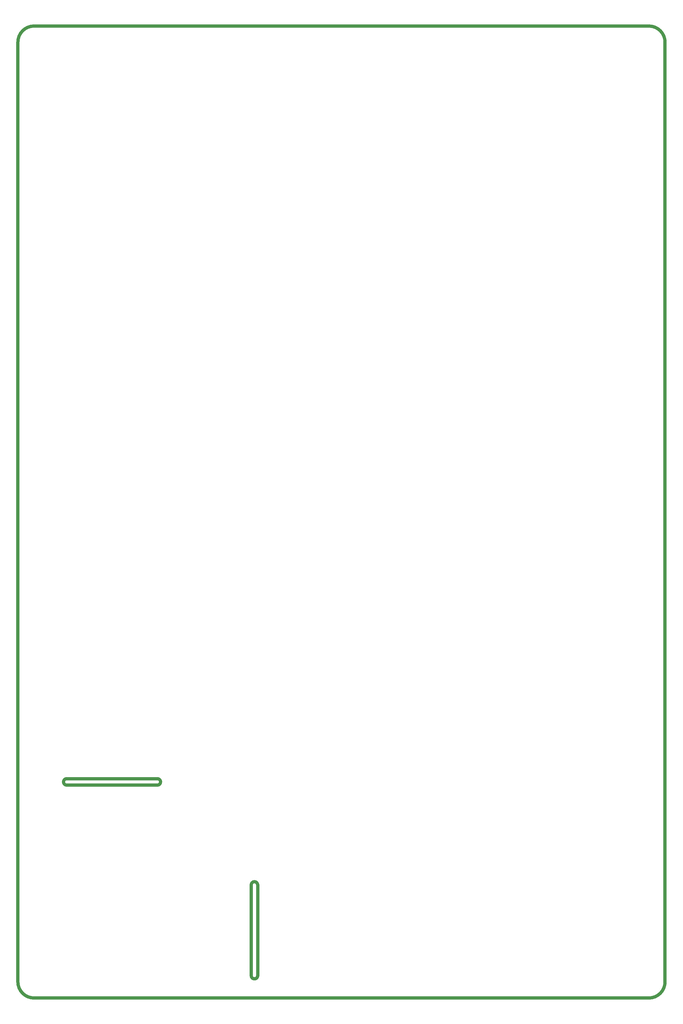
<source format=gm1>
G04 #@! TF.GenerationSoftware,KiCad,Pcbnew,5.0.2-bee76a0~70~ubuntu18.04.1*
G04 #@! TF.CreationDate,2018-11-29T20:18:27+08:00*
G04 #@! TF.ProjectId,backplane,6261636b-706c-4616-9e65-2e6b69636164,rev?*
G04 #@! TF.SameCoordinates,Original*
G04 #@! TF.FileFunction,Profile,NP*
%FSLAX46Y46*%
G04 Gerber Fmt 4.6, Leading zero omitted, Abs format (unit mm)*
G04 Created by KiCad (PCBNEW 5.0.2-bee76a0~70~ubuntu18.04.1) date Thursday, November 29, 2018 PM08:18:27 HKT*
%MOMM*%
%LPD*%
G01*
G04 APERTURE LIST*
%ADD10C,1.000000*%
G04 APERTURE END LIST*
D10*
X73110000Y-264100000D02*
G75*
G02X74110000Y-265100000I0J-1000000D01*
G01*
X73109999Y-294100001D02*
G75*
G02X72110000Y-293100000I1J1000000D01*
G01*
X72110000Y-293100000D02*
X72110000Y-265100000D01*
X74110000Y-265100000D02*
X74110000Y-293100000D01*
X74109998Y-293100001D02*
G75*
G02X73110000Y-294099999I-999998J0D01*
G01*
X72110000Y-265100000D02*
G75*
G02X73110000Y-264100000I1000000J0D01*
G01*
X15100000Y-234300000D02*
G75*
G02X14100000Y-233300000I0J1000000D01*
G01*
X14100000Y-233300000D02*
G75*
G02X15100000Y-232300000I1000000J0D01*
G01*
X44100000Y-233300000D02*
G75*
G02X43100000Y-234300000I-1000000J0D01*
G01*
X43100000Y-232300000D02*
G75*
G02X44100000Y-233300000I0J-1000000D01*
G01*
X43100000Y-234300000D02*
X15100000Y-234300000D01*
X15100000Y-232300000D02*
X43100000Y-232300000D01*
X0Y-5000000D02*
G75*
G02X5000000Y0I5000000J0D01*
G01*
X195000000Y0D02*
G75*
G02X200000000Y-5000000I0J-5000000D01*
G01*
X200000000Y-295000000D02*
G75*
G02X195000000Y-300000000I-5000000J0D01*
G01*
X5000000Y-300000000D02*
G75*
G02X0Y-295000000I0J5000000D01*
G01*
X0Y-5000000D02*
X0Y-295000000D01*
X5000000Y-300000000D02*
X195000000Y-300000000D01*
X200000000Y-5000000D02*
X200000000Y-295000000D01*
X5000000Y0D02*
X195000000Y0D01*
M02*

</source>
